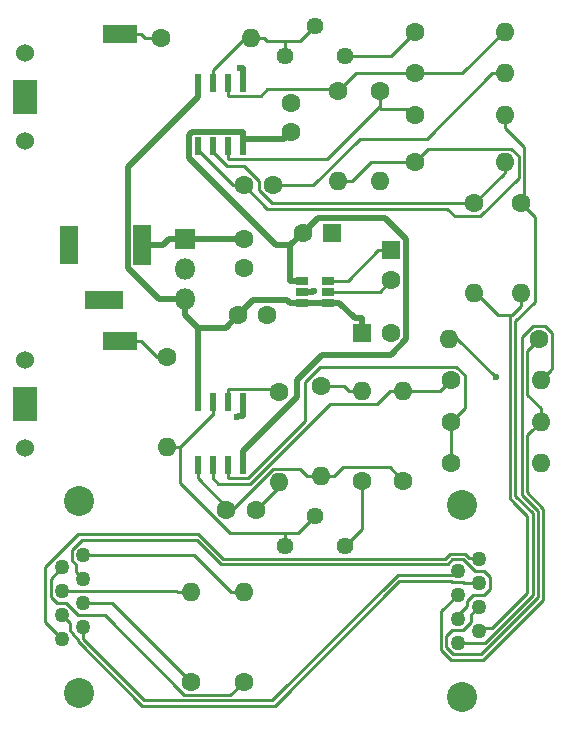
<source format=gtl>
G04 #@! TF.FileFunction,Copper,L1,Top,Signal*
%FSLAX46Y46*%
G04 Gerber Fmt 4.6, Leading zero omitted, Abs format (unit mm)*
G04 Created by KiCad (PCBNEW 4.0.6) date 03/19/18 00:54:58*
%MOMM*%
%LPD*%
G01*
G04 APERTURE LIST*
%ADD10C,0.100000*%
%ADD11C,2.540000*%
%ADD12C,1.270000*%
%ADD13C,1.600000*%
%ADD14R,1.600000X1.600000*%
%ADD15C,1.524000*%
%ADD16R,2.000000X3.000000*%
%ADD17R,3.000000X1.500000*%
%ADD18O,1.600000X1.600000*%
%ADD19C,1.440000*%
%ADD20R,1.800000X1.800000*%
%ADD21O,1.800000X1.800000*%
%ADD22R,1.060000X0.650000*%
%ADD23R,0.600000X1.550000*%
%ADD24R,3.200000X1.500000*%
%ADD25R,1.500000X3.200000*%
%ADD26R,1.500000X3.500000*%
%ADD27C,0.600000*%
%ADD28C,0.500000*%
%ADD29C,0.250000*%
G04 APERTURE END LIST*
D10*
D11*
X87509000Y-90722000D03*
X87509000Y-106978000D03*
D12*
X86112000Y-102406000D03*
X87890000Y-101390000D03*
X86112000Y-100374000D03*
X87890000Y-99358000D03*
X86112000Y-98342000D03*
X87890000Y-97326000D03*
X86112000Y-96310000D03*
X87890000Y-95294000D03*
D13*
X101500000Y-68500000D03*
X101500000Y-71000000D03*
D14*
X111500000Y-76500000D03*
D13*
X114000000Y-76500000D03*
X104000000Y-64000000D03*
X101500000Y-64000000D03*
D14*
X109000000Y-68000000D03*
D13*
X106500000Y-68000000D03*
X105500000Y-57000000D03*
X105500000Y-59500000D03*
X101000000Y-75000000D03*
X103500000Y-75000000D03*
X102500000Y-91500000D03*
X100000000Y-91500000D03*
D14*
X114000000Y-69500000D03*
D13*
X114000000Y-72000000D03*
D15*
X83000000Y-60250000D03*
X83000000Y-52750000D03*
D16*
X83000000Y-56500000D03*
D17*
X91000000Y-51200000D03*
D15*
X83000000Y-86250000D03*
X83000000Y-78750000D03*
D16*
X83000000Y-82500000D03*
D17*
X91000000Y-77200000D03*
D11*
X119991000Y-107278000D03*
X119991000Y-91022000D03*
D12*
X121388000Y-95594000D03*
X119610000Y-96610000D03*
X121388000Y-97626000D03*
X119610000Y-98642000D03*
X121388000Y-99658000D03*
X119610000Y-100674000D03*
X121388000Y-101690000D03*
X119610000Y-102706000D03*
D13*
X109500000Y-56000000D03*
D18*
X109500000Y-63620000D03*
D13*
X125000000Y-65500000D03*
D18*
X125000000Y-73120000D03*
D13*
X116000000Y-54500000D03*
D18*
X123620000Y-54500000D03*
D13*
X116000000Y-58000000D03*
D18*
X123620000Y-58000000D03*
D13*
X121000000Y-65500000D03*
D18*
X121000000Y-73120000D03*
D13*
X113000000Y-56000000D03*
D18*
X113000000Y-63620000D03*
D13*
X116000000Y-51000000D03*
D18*
X123620000Y-51000000D03*
D13*
X108000000Y-81000000D03*
D18*
X108000000Y-88620000D03*
D13*
X126500000Y-77000000D03*
D18*
X118880000Y-77000000D03*
D13*
X104500000Y-81500000D03*
D18*
X104500000Y-89120000D03*
D13*
X119000000Y-84000000D03*
D18*
X126620000Y-84000000D03*
D13*
X119000000Y-80500000D03*
D18*
X126620000Y-80500000D03*
D13*
X116000000Y-62000000D03*
D18*
X123620000Y-62000000D03*
D13*
X119000000Y-87500000D03*
D18*
X126620000Y-87500000D03*
D13*
X111500000Y-89000000D03*
D18*
X111500000Y-81380000D03*
D13*
X94500000Y-51500000D03*
D18*
X102120000Y-51500000D03*
D13*
X115000000Y-89000000D03*
D18*
X115000000Y-81380000D03*
D13*
X95000000Y-78500000D03*
D18*
X95000000Y-86120000D03*
D19*
X105000000Y-53000000D03*
X107540000Y-50460000D03*
X110080000Y-53000000D03*
X105000000Y-94500000D03*
X107540000Y-91960000D03*
X110080000Y-94500000D03*
D20*
X96500000Y-68500000D03*
D21*
X96500000Y-71040000D03*
X96500000Y-73580000D03*
D22*
X106400000Y-72050000D03*
X106400000Y-73000000D03*
X106400000Y-73950000D03*
X108600000Y-73950000D03*
X108600000Y-72050000D03*
X108600000Y-73000000D03*
D23*
X97595000Y-60700000D03*
X98865000Y-60700000D03*
X100135000Y-60700000D03*
X101405000Y-60700000D03*
X101405000Y-55300000D03*
X100135000Y-55300000D03*
X98865000Y-55300000D03*
X97595000Y-55300000D03*
X97595000Y-87700000D03*
X98865000Y-87700000D03*
X100135000Y-87700000D03*
X101405000Y-87700000D03*
X101405000Y-82300000D03*
X100135000Y-82300000D03*
X98865000Y-82300000D03*
X97595000Y-82300000D03*
D13*
X97000000Y-106000000D03*
D18*
X97000000Y-98380000D03*
D13*
X101500000Y-106000000D03*
D18*
X101500000Y-98380000D03*
D24*
X89700000Y-73700000D03*
D25*
X86700000Y-69000000D03*
D26*
X92900000Y-69000000D03*
D27*
X107469900Y-72910400D03*
X100888500Y-83618300D03*
X101216500Y-54019700D03*
X122831900Y-80242500D03*
D28*
X96500000Y-68500000D02*
X101500000Y-68500000D01*
X94649700Y-69000000D02*
X95149700Y-68500000D01*
X92900000Y-69000000D02*
X94649700Y-69000000D01*
X96500000Y-68500000D02*
X95149700Y-68500000D01*
X106400000Y-73000000D02*
X107380300Y-73000000D01*
X107469900Y-72910400D02*
X107380300Y-73000000D01*
X101405000Y-82300000D02*
X101405000Y-83525300D01*
X100981500Y-83525300D02*
X101405000Y-83525300D01*
X100888500Y-83618300D02*
X100981500Y-83525300D01*
X101405000Y-55300000D02*
X101405000Y-54074700D01*
X101271500Y-54074700D02*
X101405000Y-54074700D01*
X101216500Y-54019700D02*
X101271500Y-54074700D01*
X97595000Y-55300000D02*
X97595000Y-56525300D01*
X94333200Y-73580000D02*
X96500000Y-73580000D01*
X91699600Y-70946400D02*
X94333200Y-73580000D01*
X91699600Y-62420700D02*
X91699600Y-70946400D01*
X97595000Y-56525300D02*
X91699600Y-62420700D01*
X106400000Y-73950000D02*
X107380300Y-73950000D01*
X106400000Y-73950000D02*
X105419700Y-73950000D01*
X105195800Y-73726100D02*
X105419700Y-73950000D01*
X102273900Y-73726100D02*
X105195800Y-73726100D01*
X101000000Y-75000000D02*
X102273900Y-73726100D01*
X107380300Y-73950000D02*
X108600000Y-73950000D01*
X110880000Y-75249700D02*
X111500000Y-75249700D01*
X109580300Y-73950000D02*
X110880000Y-75249700D01*
X108600000Y-73950000D02*
X109580300Y-73950000D01*
X111500000Y-76500000D02*
X111500000Y-75249700D01*
X96500000Y-73580000D02*
X96500000Y-74930300D01*
X99974700Y-76025300D02*
X101000000Y-75000000D01*
X97595000Y-76025300D02*
X99974700Y-76025300D01*
X97595000Y-82300000D02*
X97595000Y-76025300D01*
X97595000Y-76025300D02*
X96500000Y-74930300D01*
D29*
X107357800Y-64000000D02*
X104000000Y-64000000D01*
X111329700Y-60028100D02*
X107357800Y-64000000D01*
X116966600Y-60028100D02*
X111329700Y-60028100D01*
X122494700Y-54500000D02*
X116966600Y-60028100D01*
X123620000Y-54500000D02*
X122494700Y-54500000D01*
X112245300Y-62000000D02*
X110625300Y-63620000D01*
X116000000Y-62000000D02*
X112245300Y-62000000D01*
X109500000Y-63620000D02*
X110625300Y-63620000D01*
X100593100Y-64000000D02*
X101500000Y-64000000D01*
X97595000Y-61001900D02*
X100593100Y-64000000D01*
X97595000Y-60700000D02*
X97595000Y-61001900D01*
X117128700Y-60871300D02*
X116000000Y-62000000D01*
X124120100Y-60871300D02*
X117128700Y-60871300D01*
X124774800Y-61526000D02*
X124120100Y-60871300D01*
X124774800Y-63389800D02*
X124774800Y-61526000D01*
X121537600Y-66627000D02*
X124774800Y-63389800D01*
X119371100Y-66627000D02*
X121537600Y-66627000D01*
X118694500Y-65950400D02*
X119371100Y-66627000D01*
X103450400Y-65950400D02*
X118694500Y-65950400D01*
X101500000Y-64000000D02*
X103450400Y-65950400D01*
D28*
X106400000Y-72050000D02*
X105419700Y-72050000D01*
X107750400Y-66749600D02*
X106500000Y-68000000D01*
X113490000Y-66749600D02*
X107750400Y-66749600D01*
X115250400Y-68510000D02*
X113490000Y-66749600D01*
X115250400Y-77020000D02*
X115250400Y-68510000D01*
X113947600Y-78322800D02*
X115250400Y-77020000D01*
X108152000Y-78322800D02*
X113947600Y-78322800D01*
X105979000Y-80495800D02*
X108152000Y-78322800D01*
X105979000Y-81900700D02*
X105979000Y-80495800D01*
X101405000Y-86474700D02*
X105979000Y-81900700D01*
X101405000Y-87700000D02*
X101405000Y-86474700D01*
X97102400Y-59474700D02*
X101405000Y-59474700D01*
X96844600Y-59732500D02*
X97102400Y-59474700D01*
X96844600Y-61685800D02*
X96844600Y-59732500D01*
X104239100Y-69080300D02*
X96844600Y-61685800D01*
X105419700Y-69080300D02*
X104239100Y-69080300D01*
X105419700Y-72050000D02*
X105419700Y-69080300D01*
X105419700Y-69080300D02*
X106500000Y-68000000D01*
X101405000Y-60700000D02*
X101405000Y-60087300D01*
X101405000Y-60087300D02*
X101405000Y-59474700D01*
X104912700Y-60087300D02*
X105500000Y-59500000D01*
X101405000Y-60087300D02*
X104912700Y-60087300D01*
D29*
X104500000Y-89120000D02*
X104500000Y-89500000D01*
X104500000Y-89500000D02*
X104000000Y-90000000D01*
X104000000Y-90000000D02*
X102500000Y-91500000D01*
X109887800Y-87857500D02*
X109125300Y-88620000D01*
X113857500Y-87857500D02*
X109887800Y-87857500D01*
X115000000Y-89000000D02*
X113857500Y-87857500D01*
X108562700Y-88620000D02*
X109125300Y-88620000D01*
X108562700Y-88620000D02*
X108000000Y-88620000D01*
X108000000Y-88620000D02*
X106874700Y-88620000D01*
X97595000Y-87700000D02*
X97595000Y-88800300D01*
X97595000Y-88800300D02*
X100109100Y-91314400D01*
X100000000Y-91423500D02*
X100109100Y-91314400D01*
X100000000Y-91500000D02*
X100000000Y-91423500D01*
X106239000Y-87984300D02*
X106874700Y-88620000D01*
X103963000Y-87984300D02*
X106239000Y-87984300D01*
X100632900Y-91314400D02*
X103963000Y-87984300D01*
X100109100Y-91314400D02*
X100632900Y-91314400D01*
X110324700Y-72050000D02*
X112874700Y-69500000D01*
X108600000Y-72050000D02*
X110324700Y-72050000D01*
X114000000Y-69500000D02*
X112874700Y-69500000D01*
X113000000Y-73000000D02*
X114000000Y-72000000D01*
X108600000Y-73000000D02*
X113000000Y-73000000D01*
X93125300Y-51500000D02*
X92825300Y-51200000D01*
X94500000Y-51500000D02*
X93125300Y-51500000D01*
X91000000Y-51200000D02*
X92825300Y-51200000D01*
X94125300Y-78500000D02*
X92825300Y-77200000D01*
X95000000Y-78500000D02*
X94125300Y-78500000D01*
X91000000Y-77200000D02*
X92825300Y-77200000D01*
X121388000Y-95594000D02*
X121294000Y-95500000D01*
X121294000Y-95500000D02*
X120557212Y-95500000D01*
X120557212Y-95500000D02*
X120257201Y-95199988D01*
X120257201Y-95199988D02*
X118962799Y-95199988D01*
X118962799Y-95199988D02*
X118568788Y-95594000D01*
X118568788Y-95594000D02*
X99730410Y-95594000D01*
X85477001Y-101771001D02*
X86112000Y-102406000D01*
X99730410Y-95594000D02*
X97636410Y-93500000D01*
X97636410Y-93500000D02*
X87500000Y-93500000D01*
X87500000Y-93500000D02*
X84673000Y-96327000D01*
X84673000Y-96327000D02*
X84673000Y-100967000D01*
X84673000Y-100967000D02*
X85477001Y-101771001D01*
X87890000Y-102390000D02*
X93080100Y-107580100D01*
X93080100Y-107580100D02*
X103919900Y-107580100D01*
X87890000Y-101390000D02*
X87890000Y-102390000D01*
X103919900Y-107580100D02*
X114549989Y-96950011D01*
X114549989Y-96950011D02*
X119269989Y-96950011D01*
X119269989Y-96950011D02*
X119610000Y-96610000D01*
X86112000Y-100374000D02*
X86746999Y-101008999D01*
X119149199Y-97570001D02*
X120070801Y-97570001D01*
X86746999Y-101008999D02*
X86746999Y-101620197D01*
X104106300Y-108030111D02*
X114636410Y-97500000D01*
X120070801Y-97570001D02*
X120126800Y-97626000D01*
X120126800Y-97626000D02*
X120489975Y-97626000D01*
X86746999Y-101620197D02*
X87072001Y-101945199D01*
X87072001Y-101945199D02*
X87072001Y-102072001D01*
X87072001Y-102072001D02*
X87439989Y-102439989D01*
X87439989Y-102439989D02*
X87439989Y-102576400D01*
X92893700Y-108030111D02*
X104106300Y-108030111D01*
X87439989Y-102576400D02*
X92893700Y-108030111D01*
X114636410Y-97500000D02*
X119079198Y-97500000D01*
X119079198Y-97500000D02*
X119149199Y-97570001D01*
X120489975Y-97626000D02*
X121388000Y-97626000D01*
X90358000Y-99358000D02*
X87890000Y-99358000D01*
X97000000Y-106000000D02*
X90358000Y-99358000D01*
X95836700Y-98342000D02*
X95874700Y-98380000D01*
X86112000Y-98342000D02*
X95836700Y-98342000D01*
X97000000Y-98380000D02*
X95874700Y-98380000D01*
X121848801Y-96665999D02*
X122348001Y-97165199D01*
X87890000Y-97326000D02*
X87255001Y-96691001D01*
X97499999Y-94000000D02*
X99544010Y-96044011D01*
X99544010Y-96044011D02*
X118755187Y-96044011D01*
X86929999Y-95754801D02*
X86929999Y-94833199D01*
X87255001Y-96691001D02*
X87255001Y-96079803D01*
X120427999Y-99572001D02*
X119610000Y-100390000D01*
X118755187Y-96044011D02*
X119149199Y-95649999D01*
X120070801Y-95649999D02*
X121086801Y-96665999D01*
X87255001Y-96079803D02*
X86929999Y-95754801D01*
X86929999Y-94833199D02*
X87763198Y-94000000D01*
X121086801Y-96665999D02*
X121848801Y-96665999D01*
X87763198Y-94000000D02*
X97499999Y-94000000D01*
X122348001Y-97165199D02*
X122348001Y-98151999D01*
X119149199Y-95649999D02*
X120070801Y-95649999D01*
X122348001Y-98151999D02*
X121802001Y-98697999D01*
X121802001Y-98697999D02*
X120927199Y-98697999D01*
X119610000Y-100390000D02*
X119610000Y-100674000D01*
X120927199Y-98697999D02*
X120427999Y-99197199D01*
X120427999Y-99197199D02*
X120427999Y-99572001D01*
X88216000Y-97000000D02*
X87890000Y-97326000D01*
X85135700Y-97286300D02*
X86112000Y-96310000D01*
X85135700Y-98802500D02*
X85135700Y-97286300D01*
X85691200Y-99358000D02*
X85135700Y-98802500D01*
X86454200Y-99358000D02*
X85691200Y-99358000D01*
X87470200Y-100374000D02*
X86454200Y-99358000D01*
X89710000Y-100374000D02*
X87470200Y-100374000D01*
X96465800Y-107129800D02*
X89710000Y-100374000D01*
X100370200Y-107129800D02*
X96465800Y-107129800D01*
X101500000Y-106000000D02*
X100370200Y-107129800D01*
X101500000Y-98380000D02*
X100374700Y-98380000D01*
X97288700Y-95294000D02*
X100374700Y-98380000D01*
X87890000Y-95294000D02*
X97288700Y-95294000D01*
X119610000Y-98642000D02*
X118184100Y-100067900D01*
X121769233Y-104140000D02*
X126850033Y-99059200D01*
X118184100Y-100067900D02*
X118184100Y-103292500D01*
X118184100Y-103292500D02*
X119031600Y-104140000D01*
X126850033Y-99059200D02*
X126850033Y-91350033D01*
X119031600Y-104140000D02*
X121769233Y-104140000D01*
X126850033Y-91350033D02*
X125494700Y-89994700D01*
X125494700Y-89994700D02*
X125494700Y-85125300D01*
X125494700Y-85125300D02*
X125820001Y-84799999D01*
X125820001Y-84799999D02*
X126620000Y-84000000D01*
X125490900Y-78009100D02*
X126500000Y-77000000D01*
X125490900Y-81745600D02*
X125490900Y-78009100D01*
X126620000Y-82874700D02*
X125490900Y-81745600D01*
X126620000Y-83437300D02*
X126620000Y-82874700D01*
X126620000Y-83437300D02*
X126620000Y-84000000D01*
X125959999Y-75874999D02*
X127040001Y-75874999D01*
X125040891Y-85959109D02*
X125040891Y-76794107D01*
X121388000Y-99658000D02*
X120753001Y-100292999D01*
X127040001Y-75874999D02*
X127625001Y-76459999D01*
X121583122Y-103689700D02*
X126400022Y-98872800D01*
X120753001Y-100292999D02*
X120753001Y-100951801D01*
X125040891Y-76794107D02*
X125959999Y-75874999D01*
X120753001Y-100951801D02*
X120070801Y-101634001D01*
X120070801Y-101634001D02*
X119149199Y-101634001D01*
X119149199Y-101634001D02*
X118634400Y-102148800D01*
X118634400Y-103105900D02*
X119218200Y-103689700D01*
X118634400Y-102148800D02*
X118634400Y-103105900D01*
X126400022Y-91536432D02*
X125044690Y-90181100D01*
X119218200Y-103689700D02*
X121583122Y-103689700D01*
X126400022Y-98872800D02*
X126400022Y-91536432D01*
X127625001Y-76459999D02*
X127625001Y-79494999D01*
X125044690Y-90181100D02*
X125044690Y-85962908D01*
X127419999Y-79700001D02*
X126620000Y-80500000D01*
X125044690Y-85962908D02*
X125040891Y-85959109D01*
X127625001Y-79494999D02*
X127419999Y-79700001D01*
X118880000Y-77000000D02*
X119589400Y-77000000D01*
X119589400Y-77000000D02*
X122831900Y-80242500D01*
X121000000Y-73120000D02*
X121120000Y-73120000D01*
X121120000Y-73120000D02*
X123000000Y-75000000D01*
X123000000Y-75000000D02*
X124000000Y-75000000D01*
X124000000Y-74994700D02*
X124000000Y-90500000D01*
X125500000Y-92000000D02*
X125500000Y-98500000D01*
X124000000Y-90500000D02*
X124344600Y-90844599D01*
X124344600Y-90844599D02*
X124339799Y-90849399D01*
X124339799Y-90849399D02*
X124349399Y-90849399D01*
X124349399Y-90849399D02*
X125500000Y-92000000D01*
X122500000Y-101500000D02*
X121578000Y-101500000D01*
X125500000Y-98500000D02*
X122500000Y-101500000D01*
X121578000Y-101500000D02*
X121388000Y-101690000D01*
X124005300Y-75000000D02*
X124245300Y-75000000D01*
X124245300Y-75000000D02*
X125000000Y-74245300D01*
X125000000Y-74245300D02*
X125000000Y-73120000D01*
X125000000Y-65500000D02*
X126127700Y-66627700D01*
X126127700Y-66627700D02*
X126127700Y-73872300D01*
X126127700Y-73872300D02*
X124500000Y-75500000D01*
X124500000Y-75500000D02*
X124500000Y-90272820D01*
X124500000Y-90272820D02*
X125950011Y-91722831D01*
X125950011Y-91722831D02*
X125950011Y-98686400D01*
X125950011Y-98686400D02*
X121930411Y-102706000D01*
X121930411Y-102706000D02*
X120508025Y-102706000D01*
X120508025Y-102706000D02*
X119610000Y-102706000D01*
X123620000Y-58000000D02*
X123620000Y-59125300D01*
X125225200Y-65274800D02*
X125000000Y-65500000D01*
X125225200Y-60730500D02*
X125225200Y-65274800D01*
X123620000Y-59125300D02*
X125225200Y-60730500D01*
X116000000Y-54500000D02*
X120000000Y-54500000D01*
X120000000Y-54500000D02*
X123500000Y-51000000D01*
X123500000Y-51000000D02*
X123620000Y-51000000D01*
X109360100Y-55860100D02*
X109500000Y-56000000D01*
X103480700Y-55860100D02*
X109360100Y-55860100D01*
X102940500Y-56400300D02*
X103480700Y-55860100D01*
X100135000Y-56400300D02*
X102940500Y-56400300D01*
X100135000Y-55300000D02*
X100135000Y-56400300D01*
X111000000Y-54500000D02*
X109500000Y-56000000D01*
X116000000Y-54500000D02*
X111000000Y-54500000D01*
X113000000Y-57299900D02*
X113000000Y-57500000D01*
X113000000Y-57500000D02*
X115500000Y-57500000D01*
X115500000Y-57500000D02*
X116000000Y-58000000D01*
X100135000Y-60700000D02*
X100135000Y-61800300D01*
X113000000Y-57299900D02*
X113000000Y-56000000D01*
X108499600Y-61800300D02*
X113000000Y-57299900D01*
X100135000Y-61800300D02*
X108499600Y-61800300D01*
X123620000Y-62000000D02*
X123620000Y-62880000D01*
X123620000Y-62880000D02*
X123500000Y-63000000D01*
X123500000Y-63000000D02*
X121000000Y-65500000D01*
X103898400Y-65500000D02*
X121000000Y-65500000D01*
X102750000Y-64351600D02*
X103898400Y-65500000D01*
X102750000Y-63610900D02*
X102750000Y-64351600D01*
X101514400Y-62375300D02*
X102750000Y-63610900D01*
X100072800Y-62375300D02*
X101514400Y-62375300D01*
X98865000Y-61167500D02*
X100072800Y-62375300D01*
X98865000Y-60700000D02*
X98865000Y-61167500D01*
X114000000Y-53000000D02*
X116000000Y-51000000D01*
X110080000Y-53000000D02*
X114000000Y-53000000D01*
X104199700Y-81199700D02*
X104500000Y-81500000D01*
X100135000Y-81199700D02*
X104199700Y-81199700D01*
X100135000Y-82300000D02*
X100135000Y-81199700D01*
X109994700Y-81000000D02*
X110374700Y-81380000D01*
X108000000Y-81000000D02*
X109994700Y-81000000D01*
X111500000Y-81380000D02*
X110374700Y-81380000D01*
X119000000Y-87500000D02*
X119000000Y-84000000D01*
X100135000Y-87700000D02*
X100135000Y-88800300D01*
X120189300Y-82810700D02*
X119000000Y-84000000D01*
X120189300Y-80071500D02*
X120189300Y-82810700D01*
X119469600Y-79351800D02*
X120189300Y-80071500D01*
X107964600Y-79351800D02*
X119469600Y-79351800D01*
X106695500Y-80620900D02*
X107964600Y-79351800D01*
X106695500Y-83978000D02*
X106695500Y-80620900D01*
X101873200Y-88800300D02*
X106695500Y-83978000D01*
X100135000Y-88800300D02*
X101873200Y-88800300D01*
X118120000Y-81380000D02*
X119000000Y-80500000D01*
X115000000Y-81380000D02*
X118120000Y-81380000D01*
X98865000Y-87700000D02*
X98865000Y-88800300D01*
X115000000Y-81380000D02*
X113874700Y-81380000D01*
X112749400Y-82505300D02*
X113874700Y-81380000D01*
X108805100Y-82505300D02*
X112749400Y-82505300D01*
X102059800Y-89250600D02*
X108805100Y-82505300D01*
X99315300Y-89250600D02*
X102059800Y-89250600D01*
X98865000Y-88800300D02*
X99315300Y-89250600D01*
X111500000Y-93080000D02*
X111500000Y-89000000D01*
X110080000Y-94500000D02*
X111500000Y-93080000D01*
X102120000Y-51500000D02*
X101564700Y-51500000D01*
X101564700Y-51500000D02*
X98865000Y-54199700D01*
X98865000Y-54199700D02*
X98865000Y-55300000D01*
X102120000Y-51500000D02*
X103245300Y-51500000D01*
X105000000Y-51730000D02*
X105000000Y-53000000D01*
X106270000Y-51730000D02*
X105000000Y-51730000D01*
X107540000Y-50460000D02*
X106270000Y-51730000D01*
X103475300Y-51730000D02*
X103245300Y-51500000D01*
X105000000Y-51730000D02*
X103475300Y-51730000D01*
X98845000Y-83400300D02*
X96125300Y-86120000D01*
X98865000Y-83400300D02*
X98845000Y-83400300D01*
X98865000Y-82300000D02*
X98865000Y-83400300D01*
X95000000Y-86120000D02*
X96125300Y-86120000D01*
X105000000Y-93450000D02*
X105000000Y-94500000D01*
X106050000Y-93450000D02*
X105000000Y-93450000D01*
X107540000Y-91960000D02*
X106050000Y-93450000D01*
X96125300Y-89216800D02*
X96125300Y-86120000D01*
X100358500Y-93450000D02*
X96125300Y-89216800D01*
X105000000Y-93450000D02*
X100358500Y-93450000D01*
M02*

</source>
